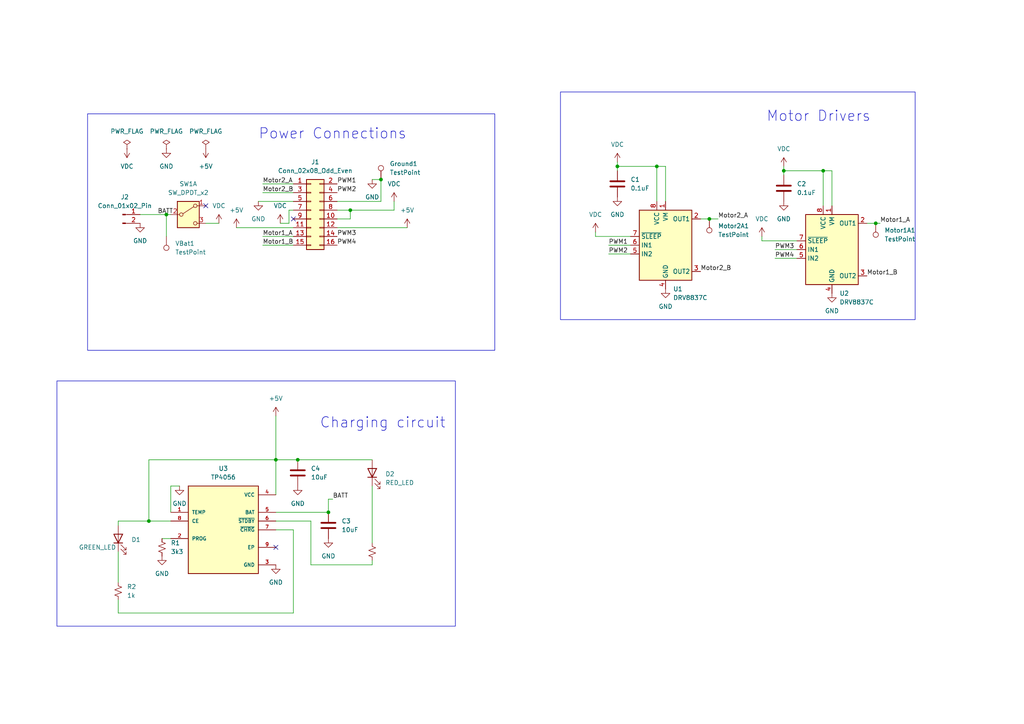
<source format=kicad_sch>
(kicad_sch (version 20230121) (generator eeschema)
  (paper "A4")
  (title_block (title "Power Subsection") (date "2024-03-23") (rev "V0") (company "UCT") (comment 4 "by: Tohlang Rakhapu"))
  (lib_symbols
    (symbol "Connector:Conn_01x02_Pin" (pin_names (offset 1.016) hide)
      (property "Reference" "J" (at 0 2.54 0))
      (property "Value" "Conn_01x02_Pin" (at 0 -5.08 0))
      (symbol "Conn_01x02_Pin_1_1"
        (polyline (pts (xy 1.27 -2.54) (xy 0.8636 -2.54)) (stroke (width 0.1524)))
        (polyline (pts (xy 1.27 0) (xy 0.8636 0)) (stroke (width 0.1524)))
        (rectangle (start 0.8636 -2.413) (end 0 -2.667) (stroke (width 0.1524)) (fill (type outline)))
        (rectangle (start 0.8636 0.127) (end 0 -0.127) (stroke (width 0.1524)) (fill (type outline)))
        (pin passive line (at 5.08 0 180) (length 3.81) (name "Pin_1") (number "1"))
        (pin passive line (at 5.08 -2.54 180) (length 3.81) (name "Pin_2") (number "2"))
      )
    )
    (symbol "Connector:TestPoint" (pin_numbers hide) (pin_names (offset 0.762) hide)
      (property "Reference" "TP" (at 0 6.858 0))
      (property "Value" "TestPoint" (at 0 5.08 0))
      (symbol "TestPoint_0_1"
        (circle (center 0 3.302) (radius 0.762))
      )
      (symbol "TestPoint_1_1"
        (pin passive line (at 0 0 90) (length 2.54) (name "1") (number "1"))
      )
    )
    (symbol "Connector_Generic:Conn_02x08_Odd_Even" (pin_names (offset 1.016) hide)
      (property "Reference" "J" (at 1.27 10.16 0))
      (property "Value" "Conn_02x08_Odd_Even" (at 1.27 -12.7 0))
      (symbol "Conn_02x08_Odd_Even_1_1"
        (rectangle (start -1.27 -10.033) (end 0 -10.287) (stroke (width 0.1524)))
        (rectangle (start -1.27 -7.493) (end 0 -7.747) (stroke (width 0.1524)))
        (rectangle (start -1.27 -4.953) (end 0 -5.207) (stroke (width 0.1524)))
        (rectangle (start -1.27 -2.413) (end 0 -2.667) (stroke (width 0.1524)))
        (rectangle (start -1.27 0.127) (end 0 -0.127) (stroke (width 0.1524)))
        (rectangle (start -1.27 2.667) (end 0 2.413) (stroke (width 0.1524)))
        (rectangle (start -1.27 5.207) (end 0 4.953) (stroke (width 0.1524)))
        (rectangle (start -1.27 7.747) (end 0 7.493) (stroke (width 0.1524)))
        (rectangle (start -1.27 8.89) (end 3.81 -11.43) (stroke (width 0.254)) (fill (type background)))
        (rectangle (start 3.81 -10.033) (end 2.54 -10.287) (stroke (width 0.1524)))
        (rectangle (start 3.81 -7.493) (end 2.54 -7.747) (stroke (width 0.1524)))
        (rectangle (start 3.81 -4.953) (end 2.54 -5.207) (stroke (width 0.1524)))
        (rectangle (start 3.81 -2.413) (end 2.54 -2.667) (stroke (width 0.1524)))
        (rectangle (start 3.81 0.127) (end 2.54 -0.127) (stroke (width 0.1524)))
        (rectangle (start 3.81 2.667) (end 2.54 2.413) (stroke (width 0.1524)))
        (rectangle (start 3.81 5.207) (end 2.54 4.953) (stroke (width 0.1524)))
        (rectangle (start 3.81 7.747) (end 2.54 7.493) (stroke (width 0.1524)))
        (pin passive line (at -5.08 7.62 0) (length 3.81) (name "Pin_1") (number "1"))
        (pin passive line (at 7.62 -2.54 180) (length 3.81) (name "Pin_10") (number "10"))
        (pin passive line (at -5.08 -5.08 0) (length 3.81) (name "Pin_11") (number "11"))
        (pin passive line (at 7.62 -5.08 180) (length 3.81) (name "Pin_12") (number "12"))
        (pin passive line (at -5.08 -7.62 0) (length 3.81) (name "Pin_13") (number "13"))
        (pin passive line (at 7.62 -7.62 180) (length 3.81) (name "Pin_14") (number "14"))
        (pin passive line (at -5.08 -10.16 0) (length 3.81) (name "Pin_15") (number "15"))
        (pin passive line (at 7.62 -10.16 180) (length 3.81) (name "Pin_16") (number "16"))
        (pin passive line (at 7.62 7.62 180) (length 3.81) (name "Pin_2") (number "2"))
        (pin passive line (at -5.08 5.08 0) (length 3.81) (name "Pin_3") (number "3"))
        (pin passive line (at 7.62 5.08 180) (length 3.81) (name "Pin_4") (number "4"))
        (pin passive line (at -5.08 2.54 0) (length 3.81) (name "Pin_5") (number "5"))
        (pin passive line (at 7.62 2.54 180) (length 3.81) (name "Pin_6") (number "6"))
        (pin passive line (at -5.08 0 0) (length 3.81) (name "Pin_7") (number "7"))
        (pin passive line (at 7.62 0 180) (length 3.81) (name "Pin_8") (number "8"))
        (pin passive line (at -5.08 -2.54 0) (length 3.81) (name "Pin_9") (number "9"))
      )
    )
    (symbol "Device:C" (pin_numbers hide) (pin_names (offset 0.254))
      (property "Reference" "C" (at 0.635 2.54 0))
      (property "Value" "C" (at 0.635 -2.54 0))
      (symbol "C_0_1"
        (polyline (pts (xy -2.032 -0.762) (xy 2.032 -0.762)) (stroke (width 0.508)))
        (polyline (pts (xy -2.032 0.762) (xy 2.032 0.762)) (stroke (width 0.508)))
      )
      (symbol "C_1_1"
        (pin passive line (at 0 3.81 270) (length 2.794) (name "~") (number "1"))
        (pin passive line (at 0 -3.81 90) (length 2.794) (name "~") (number "2"))
      )
    )
    (symbol "Device:LED" (pin_numbers hide) (pin_names (offset 1.016) hide)
      (property "Reference" "D" (at 0 2.54 0))
      (property "Value" "LED" (at 0 -2.54 0))
      (symbol "LED_0_1"
        (polyline (pts (xy -1.27 -1.27) (xy -1.27 1.27)) (stroke (width 0.254)))
        (polyline (pts (xy -1.27 0) (xy 1.27 0)))
        (polyline (pts (xy 1.27 -1.27) (xy 1.27 1.27) (xy -1.27 0) (xy 1.27 -1.27)) (stroke (width 0.254)))
        (polyline (pts (xy -3.048 -0.762) (xy -4.572 -2.286) (xy -3.81 -2.286) (xy -4.572 -2.286) (xy -4.572 -1.524)))
        (polyline (pts (xy -1.778 -0.762) (xy -3.302 -2.286) (xy -2.54 -2.286) (xy -3.302 -2.286) (xy -3.302 -1.524)))
      )
      (symbol "LED_1_1"
        (pin passive line (at -3.81 0 0) (length 2.54) (name "K") (number "1"))
        (pin passive line (at 3.81 0 180) (length 2.54) (name "A") (number "2"))
      )
    )
    (symbol "Device:R_Small_US" (pin_numbers hide) (pin_names (offset 0.254) hide)
      (property "Reference" "R" (at 0.762 0.508 0))
      (property "Value" "R_Small_US" (at 0.762 -1.016 0))
      (symbol "R_Small_US_1_1"
        (polyline (pts (xy 0 0) (xy 1.016 -0.381) (xy 0 -0.762) (xy -1.016 -1.143) (xy 0 -1.524)))
        (polyline (pts (xy 0 1.524) (xy 1.016 1.143) (xy 0 0.762) (xy -1.016 0.381) (xy 0 0)))
        (pin passive line (at 0 2.54 270) (length 1.016) (name "~") (number "1"))
        (pin passive line (at 0 -2.54 90) (length 1.016) (name "~") (number "2"))
      )
    )
    (symbol "Driver_Motor:DRV8837C"
      (property "Reference" "U" (at 6.35 11.43 0))
      (property "Value" "DRV8837C" (at -10.16 11.43 0))
      (symbol "DRV8837C_0_1"
        (rectangle (start -7.62 10.16) (end 7.62 -10.16) (stroke (width 0.254)) (fill (type background)))
      )
      (symbol "DRV8837C_1_1"
        (pin power_in line (at 0 12.7 270) (length 2.54) (name "VM") (number "1"))
        (pin output line (at 10.16 7.62 180) (length 2.54) (name "OUT1") (number "2"))
        (pin output line (at 10.16 -7.62 180) (length 2.54) (name "OUT2") (number "3"))
        (pin power_in line (at 0 -12.7 90) (length 2.54) (name "GND") (number "4"))
        (pin input line (at -10.16 -2.54 0) (length 2.54) (name "IN2") (number "5"))
        (pin input line (at -10.16 0 0) (length 2.54) (name "IN1") (number "6"))
        (pin input line (at -10.16 2.54 0) (length 2.54) (name "~{SLEEP}") (number "7"))
        (pin power_in line (at -2.54 12.7 270) (length 2.54) (name "VCC") (number "8"))
        (pin passive line (at 0 -12.7 90) (length 2.54) hide (name "GND") (number "9"))
      )
    )
    (symbol "Switch:SW_DPDT_x2" (pin_names (offset 0) hide)
      (property "Reference" "SW" (at 0 5.08 0))
      (property "Value" "SW_DPDT_x2" (at 0 -5.08 0))
      (symbol "SW_DPDT_x2_0_0"
        (circle (center -2.032 0) (radius 0.508))
        (circle (center 2.032 -2.54) (radius 0.508))
      )
      (symbol "SW_DPDT_x2_0_1"
        (rectangle (start -3.175 3.81) (end 3.175 -3.81) (stroke (width 0.254)) (fill (type background)))
        (polyline (pts (xy -1.524 0.254) (xy 1.5748 2.286)))
        (circle (center 2.032 2.54) (radius 0.508))
      )
      (symbol "SW_DPDT_x2_1_1"
        (pin passive line (at 5.08 2.54 180) (length 2.54) (name "A") (number "1"))
        (pin passive line (at -5.08 0 0) (length 2.54) (name "B") (number "2"))
        (pin passive line (at 5.08 -2.54 180) (length 2.54) (name "C") (number "3"))
      )
      (symbol "SW_DPDT_x2_2_1"
        (pin passive line (at 5.08 2.54 180) (length 2.54) (name "A") (number "4"))
        (pin passive line (at -5.08 0 0) (length 2.54) (name "B") (number "5"))
        (pin passive line (at 5.08 -2.54 180) (length 2.54) (name "C") (number "6"))
      )
    )
    (symbol "TP4056:TP4056" (pin_names (offset 1.016))
      (property "Reference" "U" (at -10.16 13.208 0))
      (property "Value" "TP4056" (at -10.16 -15.24 0))
      (symbol "TP4056_0_0"
        (rectangle (start -10.16 -12.7) (end 10.16 12.7) (stroke (width 0.254)) (fill (type background)))
        (pin input line (at -15.24 5.08 0) (length 5.08) (name "TEMP") (number "1"))
        (pin bidirectional line (at -15.24 -2.54 0) (length 5.08) (name "PROG") (number "2"))
        (pin power_in line (at 15.24 -10.16 180) (length 5.08) (name "GND") (number "3"))
        (pin power_in line (at 15.24 10.16 180) (length 5.08) (name "VCC") (number "4"))
        (pin output line (at 15.24 5.08 180) (length 5.08) (name "BAT") (number "5"))
        (pin output line (at 15.24 2.54 180) (length 5.08) (name "~{STDBY}") (number "6"))
        (pin output line (at 15.24 0 180) (length 5.08) (name "~{CHRG}") (number "7"))
        (pin input line (at -15.24 2.54 0) (length 5.08) (name "CE") (number "8"))
        (pin passive line (at 15.24 -5.08 180) (length 5.08) (name "EP") (number "9"))
      )
    )
    (symbol "power:+5V" (power) (pin_names (offset 0))
      (property "Value" "+5V" (at 0 3.556 0))
      (symbol "+5V_0_1"
        (polyline (pts (xy -0.762 1.27) (xy 0 2.54)))
        (polyline (pts (xy 0 0) (xy 0 2.54)))
        (polyline (pts (xy 0 2.54) (xy 0.762 1.27)))
      )
      (symbol "+5V_1_1"
        (pin power_in line (at 0 0 90) (length 0) hide (name "+5V") (number "1"))
      )
    )
    (symbol "power:GND" (power) (pin_names (offset 0))
      (property "Value" "GND" (at 0 -3.81 0))
      (symbol "GND_0_1"
        (polyline (pts (xy 0 0) (xy 0 -1.27) (xy 1.27 -1.27) (xy 0 -2.54) (xy -1.27 -1.27) (xy 0 -1.27)))
      )
      (symbol "GND_1_1"
        (pin power_in line (at 0 0 270) (length 0) hide (name "GND") (number "1"))
      )
    )
    (symbol "power:PWR_FLAG" (power) (pin_numbers hide) (pin_names (offset 0) hide)
      (property "Value" "PWR_FLAG" (at 0 3.81 0))
      (symbol "PWR_FLAG_0_0"
        (pin power_out line (at 0 0 90) (length 0) (name "pwr") (number "1"))
      )
      (symbol "PWR_FLAG_0_1"
        (polyline (pts (xy 0 0) (xy 0 1.27) (xy -1.016 1.905) (xy 0 2.54) (xy 1.016 1.905) (xy 0 1.27)))
      )
    )
    (symbol "power:VDC" (power) (pin_names (offset 0))
      (property "Value" "VDC" (at 0 6.35 0))
      (symbol "VDC_0_1"
        (polyline (pts (xy -0.762 1.27) (xy 0 2.54)))
        (polyline (pts (xy 0 0) (xy 0 2.54)))
        (polyline (pts (xy 0 2.54) (xy 0.762 1.27)))
      )
      (symbol "VDC_1_1"
        (pin power_in line (at 0 0 90) (length 0) hide (name "VDC") (number "1"))
      )
    )
  )
  (junction (at 86.36 133.35))
  (junction (at 227.33 49.53))
  (junction (at 179.07 48.26))
  (junction (at 110.49 52.07))
  (junction (at 101.6 60.96))
  (junction (at 95.25 148.59))
  (junction (at 254 64.77))
  (junction (at 190.5 48.26))
  (junction (at 205.74 63.5))
  (junction (at 43.18 151.13))
  (junction (at 238.76 49.53))
  (junction (at 48.26 62.23))
  (junction (at 80.01 133.35))
  (no_connect (at 85.09 63.5))
  (no_connect (at 80.01 158.75))
  (no_connect (at 59.69 59.69))
  (wire (pts (xy 76.2 55.88) (xy 85.09 55.88)))
  (wire (pts (xy 68.58 66.04) (xy 85.09 66.04)))
  (wire (pts (xy 43.18 133.35) (xy 80.01 133.35)))
  (wire (pts (xy 40.64 62.23) (xy 48.26 62.23)))
  (wire (pts (xy 86.36 133.35) (xy 107.95 133.35)))
  (wire (pts (xy 48.26 68.58) (xy 48.26 62.23)))
  (wire (pts (xy 254 64.77) (xy 251.46 64.77)))
  (wire (pts (xy 48.26 62.23) (xy 49.53 62.23)))
  (wire (pts (xy 34.29 152.4) (xy 34.29 151.13)))
  (wire (pts (xy 241.3 49.53) (xy 238.76 49.53)))
  (wire (pts (xy 90.17 163.83) (xy 90.17 151.13)))
  (wire (pts (xy 85.09 153.67) (xy 80.01 153.67)))
  (wire (pts (xy 190.5 48.26) (xy 179.07 48.26)))
  (wire (pts (xy 231.14 69.85) (xy 220.98 69.85)))
  (wire (pts (xy 80.01 148.59) (xy 95.25 148.59)))
  (wire (pts (xy 238.76 49.53) (xy 227.33 49.53)))
  (wire (pts (xy 74.93 58.42) (xy 85.09 58.42)))
  (wire (pts (xy 83.82 64.77) (xy 81.28 64.77)))
  (wire (pts (xy 179.07 48.26) (xy 179.07 49.53)))
  (wire (pts (xy 80.01 120.65) (xy 80.01 133.35)))
  (wire (pts (xy 34.29 177.8) (xy 85.09 177.8)))
  (wire (pts (xy 34.29 151.13) (xy 43.18 151.13)))
  (wire (pts (xy 97.79 66.04) (xy 118.11 66.04)))
  (wire (pts (xy 182.88 68.58) (xy 172.72 68.58)))
  (wire (pts (xy 85.09 60.96) (xy 83.82 60.96)))
  (wire (pts (xy 241.3 59.69) (xy 241.3 49.53)))
  (wire (pts (xy 114.3 58.42) (xy 114.3 60.96)))
  (wire (pts (xy 76.2 68.58) (xy 85.09 68.58)))
  (wire (pts (xy 224.79 72.39) (xy 231.14 72.39)))
  (wire (pts (xy 80.01 151.13) (xy 90.17 151.13)))
  (wire (pts (xy 110.49 52.07) (xy 110.49 58.42)))
  (wire (pts (xy 97.79 63.5) (xy 101.6 63.5)))
  (wire (pts (xy 238.76 49.53) (xy 238.76 59.69)))
  (wire (pts (xy 101.6 60.96) (xy 114.3 60.96)))
  (wire (pts (xy 95.25 144.78) (xy 96.52 144.78)))
  (wire (pts (xy 43.18 133.35) (xy 43.18 151.13)))
  (wire (pts (xy 190.5 48.26) (xy 190.5 58.42)))
  (wire (pts (xy 52.07 140.97) (xy 49.53 140.97)))
  (wire (pts (xy 227.33 48.26) (xy 227.33 49.53)))
  (wire (pts (xy 85.09 177.8) (xy 85.09 153.67)))
  (wire (pts (xy 107.95 140.97) (xy 107.95 157.48)))
  (wire (pts (xy 176.53 71.12) (xy 182.88 71.12)))
  (wire (pts (xy 255.27 64.77) (xy 254 64.77)))
  (wire (pts (xy 224.79 74.93) (xy 231.14 74.93)))
  (wire (pts (xy 176.53 73.66) (xy 182.88 73.66)))
  (wire (pts (xy 107.95 162.56) (xy 107.95 163.83)))
  (wire (pts (xy 101.6 60.96) (xy 101.6 63.5)))
  (wire (pts (xy 205.74 63.5) (xy 203.2 63.5)))
  (wire (pts (xy 172.72 68.58) (xy 172.72 67.31)))
  (wire (pts (xy 220.98 69.85) (xy 220.98 68.58)))
  (wire (pts (xy 110.49 58.42) (xy 97.79 58.42)))
  (wire (pts (xy 80.01 133.35) (xy 86.36 133.35)))
  (wire (pts (xy 76.2 71.12) (xy 85.09 71.12)))
  (wire (pts (xy 227.33 49.53) (xy 227.33 50.8)))
  (wire (pts (xy 34.29 173.99) (xy 34.29 177.8)))
  (wire (pts (xy 110.49 52.07) (xy 107.95 52.07)))
  (wire (pts (xy 34.29 160.02) (xy 34.29 168.91)))
  (wire (pts (xy 193.04 48.26) (xy 190.5 48.26)))
  (wire (pts (xy 46.99 156.21) (xy 49.53 156.21)))
  (wire (pts (xy 80.01 133.35) (xy 80.01 143.51)))
  (wire (pts (xy 179.07 46.99) (xy 179.07 48.26)))
  (wire (pts (xy 59.69 64.77) (xy 63.5 64.77)))
  (wire (pts (xy 83.82 60.96) (xy 83.82 64.77)))
  (wire (pts (xy 49.53 140.97) (xy 49.53 148.59)))
  (wire (pts (xy 208.28 63.5) (xy 205.74 63.5)))
  (wire (pts (xy 49.53 151.13) (xy 43.18 151.13)))
  (wire (pts (xy 107.95 163.83) (xy 90.17 163.83)))
  (wire (pts (xy 95.25 148.59) (xy 95.25 144.78)))
  (wire (pts (xy 193.04 58.42) (xy 193.04 48.26)))
  (wire (pts (xy 76.2 53.34) (xy 85.09 53.34)))
  (wire (pts (xy 97.79 60.96) (xy 101.6 60.96)))
  (rectangle (start 25.4 33.02) (end 143.51 101.6))
  (rectangle (start 16.51 110.49) (end 132.08 181.61))
  (rectangle (start 162.56 26.67) (end 265.43 92.71))
  (text "Power Connections" (at 74.93 40.64 0) (effects (font (size 3 3)) (justify left bottom)))
  (text "Motor Drivers" (at 222.25 35.56 0) (effects (font (size 3 3)) (justify left bottom)))
  (text "Charging circuit" (at 92.71 124.46 0) (effects (font (size 3 3)) (justify left bottom)))
  (label "BATT" (at 96.52 144.78 0))
  (label "Motor1_B" (at 76.2 71.12 0))
  (label "BATT" (at 45.72 62.23 0))
  (label "PWM2" (at 97.79 55.88 0))
  (label "Motor2_A" (at 208.28 63.5 0))
  (label "PWM1" (at 97.79 53.34 0))
  (label "PWM4" (at 224.79 74.93 0))
  (label "PWM3" (at 97.79 68.58 0))
  (label "Motor2_A" (at 76.2 53.34 0))
  (label "PWM3" (at 224.79 72.39 0))
  (label "Motor2_B" (at 76.2 55.88 0))
  (label "PWM1" (at 176.53 71.12 0))
  (label "PWM2" (at 176.53 73.66 0))
  (label "Motor1_A" (at 76.2 68.58 0))
  (label "Motor2_B" (at 203.2 78.74 0))
  (label "PWM4" (at 97.79 71.12 0))
  (label "Motor1_A" (at 255.27 64.77 0))
  (label "Motor1_B" (at 251.46 80.01 0))
  (symbol (lib_id "power:VDC") (at 172.72 67.31 0) (unit 1)
    (property "Reference" "#PWR012" (effects hide))
    (property "Value" "VDC" (at 172.72 62.23 0))
  )
  (symbol (lib_id "power:GND") (at 179.07 57.15 0) (unit 1)
    (property "Reference" "#PWR07" (effects hide))
    (property "Value" "GND" (at 179.07 62.23 0))
  )
  (symbol (lib_id "Connector:TestPoint") (at 205.74 63.5 180) (unit 1)
    (property "Reference" "Motor2A1" (at 208.28 65.532 0) (effects (justify right)))
    (property "Value" "TestPoint" (at 208.28 68.072 0) (effects (justify right)))
    (property "Footprint" "TestPoint:TestPoint_Pad_D1.0mm" (effects hide))
  )
  (symbol (lib_id "Device:C") (at 86.36 137.16 0) (unit 1)
    (property "Reference" "C4" (at 90.17 135.89 0) (effects (justify left)))
    (property "Value" "10uF" (at 90.17 138.43 0) (effects (justify left)))
    (property "Footprint" "Capacitor_SMD:C_0805_2012Metric" (effects hide))
  )
  (symbol (lib_id "power:GND") (at 241.3 85.09 0) (unit 1)
    (property "Reference" "#PWR016" (effects hide))
    (property "Value" "GND" (at 241.3 90.17 0))
  )
  (symbol (lib_id "power:PWR_FLAG") (at 59.69 43.18 0) (unit 1)
    (property "Reference" "#FLG03" (effects hide))
    (property "Value" "PWR_FLAG" (at 59.69 38.1 0))
  )
  (symbol (lib_id "Device:C") (at 95.25 152.4 0) (unit 1)
    (property "Reference" "C3" (at 99.06 151.13 0) (effects (justify left)))
    (property "Value" "10uF" (at 99.06 153.67 0) (effects (justify left)))
    (property "Footprint" "Capacitor_SMD:C_0805_2012Metric" (effects hide))
  )
  (symbol (lib_id "power:GND") (at 107.95 52.07 0) (unit 1)
    (property "Reference" "#PWR02" (effects hide))
    (property "Value" "GND" (at 107.95 57.15 0))
  )
  (symbol (lib_id "Device:R_Small_US") (at 34.29 171.45 0) (unit 1)
    (property "Reference" "R2" (at 36.83 170.18 0) (effects (justify left)))
    (property "Value" "1k" (at 36.83 172.72 0) (effects (justify left)))
    (property "Footprint" "Resistor_SMD:R_0805_2012Metric" (effects hide))
  )
  (symbol (lib_id "Connector:TestPoint") (at 110.49 52.07 0) (unit 1)
    (property "Reference" "Ground1" (at 113.03 47.498 0) (effects (justify left)))
    (property "Value" "TestPoint" (at 113.03 50.038 0) (effects (justify left)))
    (property "Footprint" "TestPoint:TestPoint_Pad_D1.0mm" (effects hide))
  )
  (symbol (lib_id "power:PWR_FLAG") (at 36.83 43.18 0) (unit 1)
    (property "Reference" "#FLG01" (effects hide))
    (property "Value" "PWR_FLAG" (at 36.83 38.1 0))
  )
  (symbol (lib_id "power:+5V") (at 118.11 66.04 0) (unit 1)
    (property "Reference" "#PWR04" (effects hide))
    (property "Value" "+5V" (at 118.11 60.96 0))
  )
  (symbol (lib_id "power:PWR_FLAG") (at 48.26 43.18 0) (unit 1)
    (property "Reference" "#FLG02" (effects hide))
    (property "Value" "PWR_FLAG" (at 48.26 38.1 0))
  )
  (symbol (lib_id "power:GND") (at 46.99 161.29 0) (unit 1)
    (property "Reference" "#PWR019" (effects hide))
    (property "Value" "GND" (at 46.99 166.37 0))
  )
  (symbol (lib_id "Device:C") (at 227.33 54.61 0) (unit 1)
    (property "Reference" "C2" (at 231.14 53.34 0) (effects (justify left)))
    (property "Value" "0.1uF" (at 231.14 55.88 0) (effects (justify left)))
    (property "Footprint" "Capacitor_SMD:C_0805_2012Metric" (effects hide))
  )
  (symbol (lib_id "Connector:TestPoint") (at 254 64.77 180) (unit 1)
    (property "Reference" "Motor1A1" (at 256.54 66.802 0) (effects (justify right)))
    (property "Value" "TestPoint" (at 256.54 69.342 0) (effects (justify right)))
    (property "Footprint" "TestPoint:TestPoint_Pad_D1.0mm" (effects hide))
  )
  (symbol (lib_id "power:VDC") (at 114.3 58.42 0) (unit 1)
    (property "Reference" "#PWR010" (effects hide))
    (property "Value" "VDC" (at 114.3 53.34 0))
  )
  (symbol (lib_id "Device:R_Small_US") (at 107.95 160.02 0) (unit 1)
    (property "Reference" "R3" (effects hide))
    (property "Value" "1k" (effects hide))
    (property "Footprint" "Resistor_SMD:R_0805_2012Metric" (effects hide))
  )
  (symbol (lib_id "power:GND") (at 86.36 140.97 0) (unit 1)
    (property "Reference" "#PWR023" (effects hide))
    (property "Value" "GND" (at 86.36 146.05 0))
  )
  (symbol (lib_id "power:GND") (at 52.07 140.97 0) (unit 1)
    (property "Reference" "#PWR017" (effects hide))
    (property "Value" "GND" (at 52.07 146.05 0))
  )
  (symbol (lib_id "power:GND") (at 95.25 156.21 0) (unit 1)
    (property "Reference" "#PWR022" (effects hide))
    (property "Value" "GND" (at 95.25 161.29 0))
  )
  (symbol (lib_id "Connector:Conn_01x02_Pin") (at 35.56 62.23 0) (unit 1)
    (property "Reference" "J2" (at 36.195 57.15 0))
    (property "Value" "Conn_01x02_Pin" (at 36.195 59.69 0))
    (property "Footprint" "Connector_JST:JST_PH_S2B-PH-K_1x02_P2.00mm_Horizontal" (effects hide))
  )
  (symbol (lib_id "power:GND") (at 74.93 58.42 0) (unit 1)
    (property "Reference" "#PWR01" (effects hide))
    (property "Value" "GND" (at 74.93 63.5 0))
  )
  (symbol (lib_id "Device:C") (at 179.07 53.34 0) (unit 1)
    (property "Reference" "C1" (at 182.88 52.07 0) (effects (justify left)))
    (property "Value" "0.1uF" (at 182.88 54.61 0) (effects (justify left)))
    (property "Footprint" "Capacitor_SMD:C_0805_2012Metric" (effects hide))
  )
  (symbol (lib_id "power:+5V") (at 59.69 43.18 180) (unit 1)
    (property "Reference" "#PWR026" (effects hide))
    (property "Value" "+5V" (at 59.69 48.26 0))
  )
  (symbol (lib_id "power:VDC") (at 227.33 48.26 0) (unit 1)
    (property "Reference" "#PWR014" (effects hide))
    (property "Value" "VDC" (at 227.33 43.18 0))
  )
  (symbol (lib_id "TP4056:TP4056") (at 64.77 153.67 0) (unit 1)
    (property "Reference" "U3" (at 64.77 135.89 0))
    (property "Value" "TP4056" (at 64.77 138.43 0))
    (property "Footprint" "tp4056:SOP127P600X175-9N" (effects hide))
    (property "MF" "NanJing Top Power ASIC Corp." (effects hide))
    (property "MAXIMUM_PACKAGE_HEIGHT" "1.75mm" (effects hide))
    (property "Package" "Package" (effects hide))
    (property "Price" "None" (effects hide))
    (property "Check_prices" "https://www.snapeda.com/parts/TP4056/NanJing+Top+Power+ASIC+Corp./view-part/?ref=eda" (effects hide))
    (property "STANDARD" "IPC 7351B" (effects hide))
    (property "SnapEDA_Link" "https://www.snapeda.com/parts/TP4056/NanJing+Top+Power+ASIC+Corp./view-part/?ref=snap" (effects hide))
    (property "MP" "TP4056" (effects hide))
    (property "Description" "\nComplete single cell Li-Ion battery with a constant current / constant voltage linear charger\n" (effects hide))
    (property "Availability" "Not in stock" (effects hide))
    (property "MANUFACTURER" "NanJing Top Power ASIC Corp." (effects hide))
  )
  (symbol (lib_id "Connector_Generic:Conn_02x08_Odd_Even") (at 90.17 60.96 0) (unit 1)
    (property "Reference" "J1" (at 91.44 46.99 0))
    (property "Value" "Conn_02x08_Odd_Even" (at 91.44 49.53 0))
    (property "Footprint" "Connector_PinHeader_2.54mm:PinHeader_2x08_P2.54mm_Vertical" (effects hide))
  )
  (symbol (lib_id "Switch:SW_DPDT_x2") (at 54.61 62.23 0) (unit 1)
    (property "Reference" "SW1" (at 54.61 53.34 0))
    (property "Value" "SW_DPDT_x2" (at 54.61 55.88 0))
    (property "Footprint" "Switch_SPDT:mySwitch" (effects hide))
  )
  (symbol (lib_id "power:GND") (at 48.26 43.18 0) (unit 1)
    (property "Reference" "#PWR025" (effects hide))
    (property "Value" "GND" (at 48.26 48.26 0))
  )
  (symbol (lib_id "power:+5V") (at 80.01 120.65 0) (unit 1)
    (property "Reference" "#PWR020" (effects hide))
    (property "Value" "+5V" (at 80.01 115.57 0))
  )
  (symbol (lib_id "Device:LED") (at 107.95 137.16 90) (unit 1)
    (property "Reference" "D2" (at 111.76 137.4775 90) (effects (justify right)))
    (property "Value" "RED_LED" (at 111.76 140.0175 90) (effects (justify right)))
    (property "Footprint" "LED_SMD:LED_0805_2012Metric" (effects hide))
  )
  (symbol (lib_id "Connector:TestPoint") (at 48.26 68.58 180) (unit 1)
    (property "Reference" "VBat1" (at 50.8 70.612 0) (effects (justify right)))
    (property "Value" "TestPoint" (at 50.8 73.152 0) (effects (justify right)))
    (property "Footprint" "TestPoint:TestPoint_Pad_D1.0mm" (effects hide))
  )
  (symbol (lib_id "power:GND") (at 193.04 83.82 0) (unit 1)
    (property "Reference" "#PWR06" (effects hide))
    (property "Value" "GND" (at 193.04 88.9 0))
  )
  (symbol (lib_id "Device:R_Small_US") (at 46.99 158.75 0) (unit 1)
    (property "Reference" "R1" (at 49.53 157.48 0) (effects (justify left)))
    (property "Value" "3k3" (at 49.53 160.02 0) (effects (justify left)))
    (property "Footprint" "Resistor_SMD:R_0805_2012Metric" (effects hide))
  )
  (symbol (lib_id "power:+5V") (at 68.58 66.04 0) (unit 1)
    (property "Reference" "#PWR03" (effects hide))
    (property "Value" "+5V" (at 68.58 60.96 0))
  )
  (symbol (lib_id "Driver_Motor:DRV8837C") (at 193.04 71.12 0) (unit 1)
    (property "Reference" "U1" (at 195.2341 83.82 0) (effects (justify left)))
    (property "Value" "DRV8837C" (at 195.2341 86.36 0) (effects (justify left)))
    (property "Footprint" "Package_SON:WSON-8-1EP_2x2mm_P0.5mm_EP0.9x1.6mm" (effects hide))
    (property "Datasheet" "http://www.ti.com/lit/ds/symlink/drv8837c.pdf" (effects hide))
  )
  (symbol (lib_id "power:GND") (at 227.33 58.42 0) (unit 1)
    (property "Reference" "#PWR015" (effects hide))
    (property "Value" "GND" (at 227.33 63.5 0))
  )
  (symbol (lib_id "Driver_Motor:DRV8837C") (at 241.3 72.39 0) (unit 1)
    (property "Reference" "U2" (at 243.4941 85.09 0) (effects (justify left)))
    (property "Value" "DRV8837C" (at 243.4941 87.63 0) (effects (justify left)))
    (property "Footprint" "Package_SON:WSON-8-1EP_2x2mm_P0.5mm_EP0.9x1.6mm" (effects hide))
    (property "Datasheet" "http://www.ti.com/lit/ds/symlink/drv8837c.pdf" (effects hide))
  )
  (symbol (lib_id "power:VDC") (at 220.98 68.58 0) (unit 1)
    (property "Reference" "#PWR013" (effects hide))
    (property "Value" "VDC" (at 220.98 63.5 0))
  )
  (symbol (lib_id "power:VDC") (at 36.83 43.18 180) (unit 1)
    (property "Reference" "#PWR024" (effects hide))
    (property "Value" "VDC" (at 36.83 48.26 0))
  )
  (symbol (lib_id "power:VDC") (at 81.28 64.77 0) (unit 1)
    (property "Reference" "#PWR09" (effects hide))
    (property "Value" "VDC" (at 81.28 59.69 0))
  )
  (symbol (lib_id "power:GND") (at 40.64 64.77 0) (unit 1)
    (property "Reference" "#PWR05" (effects hide))
    (property "Value" "GND" (at 40.64 69.85 0))
  )
  (symbol (lib_id "power:VDC") (at 63.5 64.77 0) (unit 1)
    (property "Reference" "#PWR08" (effects hide))
    (property "Value" "VDC" (at 63.5 59.69 0))
  )
  (symbol (lib_id "power:VDC") (at 179.07 46.99 0) (unit 1)
    (property "Reference" "#PWR011" (effects hide))
    (property "Value" "VDC" (at 179.07 41.91 0))
  )
  (symbol (lib_id "power:GND") (at 80.01 163.83 0) (unit 1)
    (property "Reference" "#PWR018" (effects hide))
    (property "Value" "GND" (at 80.01 168.91 0))
  )
  (symbol (lib_id "Device:LED") (at 34.29 156.21 90) (unit 1)
    (property "Reference" "D1" (at 38.1 156.5275 90) (effects (justify right)))
    (property "Value" "GREEN_LED" (at 22.86 158.75 90) (effects (justify right)))
    (property "Footprint" "LED_SMD:LED_0805_2012Metric" (effects hide))
  )
)
</source>
